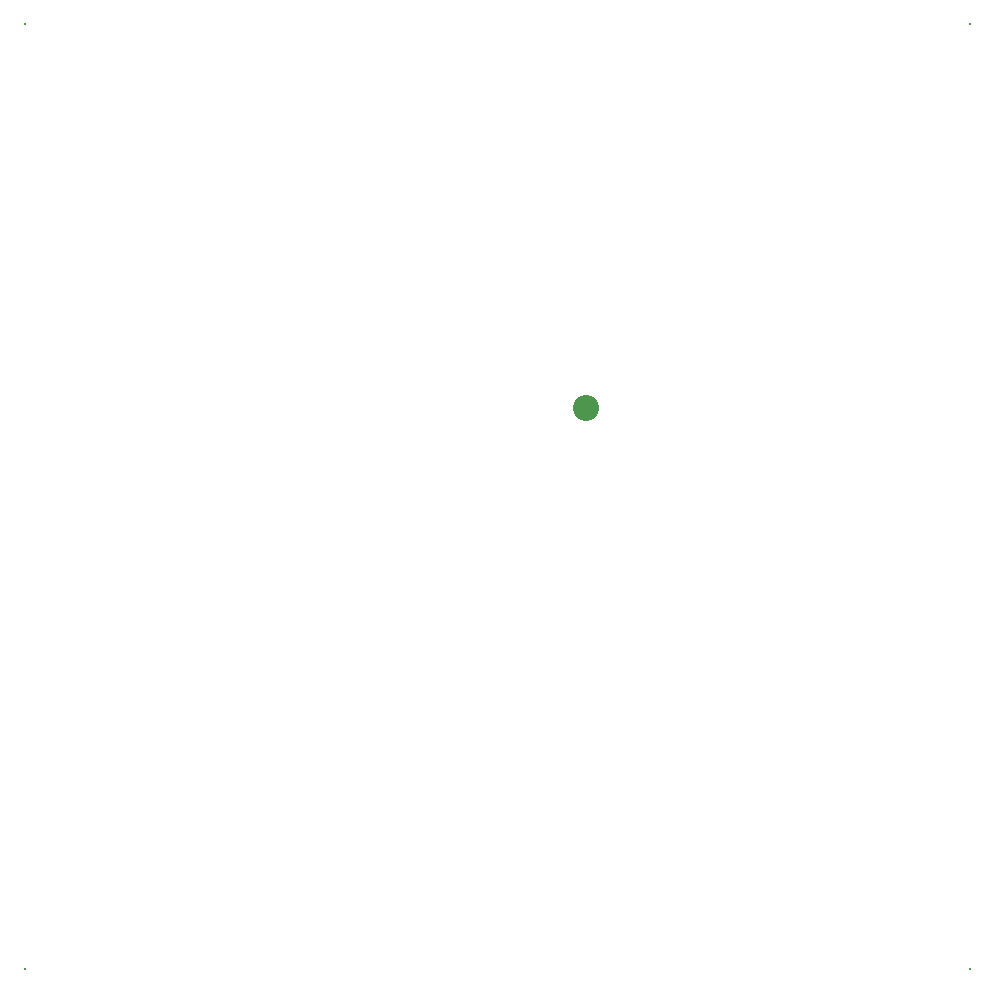
<source format=gts>
G04 Layer_Color=8388736*
%FSLAX25Y25*%
%MOIN*%
G70*
G01*
G75*
%ADD15C,0.08674*%
%ADD16C,0.00800*%
D15*
X29528Y29528D02*
D03*
D16*
X-157480Y-157480D02*
D03*
X157480D02*
D03*
Y157480D02*
D03*
X-157480D02*
D03*
M02*

</source>
